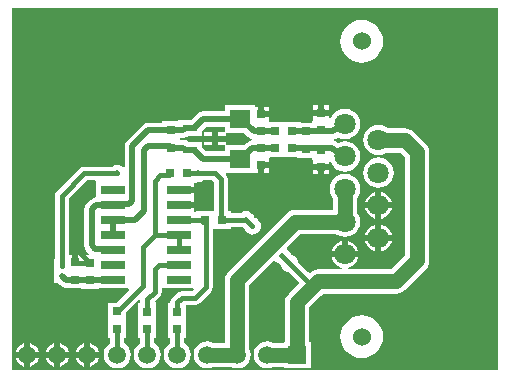
<source format=gtl>
G04*
G04 #@! TF.GenerationSoftware,Altium Limited,Altium Designer,20.0.13 (296)*
G04*
G04 Layer_Physical_Order=1*
G04 Layer_Color=255*
%FSLAX25Y25*%
%MOIN*%
G70*
G01*
G75*
%ADD11C,0.02000*%
%ADD18R,0.02953X0.03150*%
%ADD19R,0.03150X0.02953*%
%ADD20R,0.05118X0.02362*%
%ADD21R,0.07000X0.06400*%
%ADD22R,0.08000X0.02600*%
%ADD23R,0.01772X0.01772*%
%ADD34C,0.01500*%
%ADD35C,0.05000*%
%ADD36C,0.07087*%
%ADD37C,0.06000*%
%ADD38C,0.05906*%
%ADD39R,0.05906X0.05906*%
%ADD40C,0.01968*%
G36*
X651500Y172000D02*
X489500D01*
Y292500D01*
X651500D01*
Y172000D01*
D02*
G37*
%LPC*%
G36*
X606000Y288634D02*
X604608Y288497D01*
X603270Y288091D01*
X602036Y287432D01*
X600955Y286545D01*
X600068Y285464D01*
X599409Y284230D01*
X599003Y282892D01*
X598866Y281500D01*
X599003Y280108D01*
X599409Y278770D01*
X600068Y277536D01*
X600955Y276455D01*
X602036Y275568D01*
X603270Y274909D01*
X604608Y274503D01*
X606000Y274366D01*
X607392Y274503D01*
X608730Y274909D01*
X609964Y275568D01*
X611045Y276455D01*
X611932Y277536D01*
X612591Y278770D01*
X612997Y280108D01*
X613134Y281500D01*
X612997Y282892D01*
X612591Y284230D01*
X611932Y285464D01*
X611045Y286545D01*
X609964Y287432D01*
X608730Y288091D01*
X607392Y288497D01*
X606000Y288634D01*
D02*
G37*
G36*
X595075Y260185D02*
X593500D01*
Y258709D01*
X595075D01*
Y260185D01*
D02*
G37*
G36*
X591500D02*
X589925D01*
Y258709D01*
X591500D01*
Y260185D01*
D02*
G37*
G36*
X575075Y259685D02*
X573500D01*
Y258209D01*
X575075D01*
Y259685D01*
D02*
G37*
G36*
X570500Y260400D02*
X560500D01*
Y258249D01*
X553204D01*
X552228Y258055D01*
X551402Y257502D01*
X549320Y255421D01*
X544807D01*
Y254831D01*
X539425D01*
Y254403D01*
X534854D01*
X533879Y254209D01*
X533052Y253657D01*
X527698Y248302D01*
X527145Y247476D01*
X526951Y246500D01*
Y239786D01*
X526451Y239631D01*
X525951Y240014D01*
X525251Y240304D01*
X524500Y240403D01*
X523749Y240304D01*
X523049Y240014D01*
X522762Y239794D01*
X513500D01*
X512622Y239619D01*
X511878Y239122D01*
X504378Y231622D01*
X503881Y230878D01*
X503706Y230000D01*
Y208886D01*
X503614D01*
Y204171D01*
X503451Y203350D01*
X503614Y202530D01*
Y200965D01*
X504781D01*
X505548Y200198D01*
X506375Y199645D01*
X507350Y199451D01*
X507425D01*
Y199169D01*
X512425D01*
Y199024D01*
X518575D01*
Y199200D01*
X528098D01*
X528249Y199200D01*
X528456Y198700D01*
X524232Y194476D01*
X521425D01*
Y188524D01*
Y182815D01*
X522206D01*
Y180852D01*
X521324Y180176D01*
X520611Y179246D01*
X520162Y178162D01*
X520009Y177000D01*
X520162Y175838D01*
X520611Y174754D01*
X521324Y173824D01*
X522254Y173110D01*
X523338Y172662D01*
X524500Y172509D01*
X525662Y172662D01*
X526746Y173110D01*
X527676Y173824D01*
X528390Y174754D01*
X528838Y175838D01*
X528991Y177000D01*
X528838Y178162D01*
X528390Y179246D01*
X527676Y180176D01*
X526794Y180852D01*
Y182815D01*
X527575D01*
Y188524D01*
Y191331D01*
X531706Y195462D01*
X532206Y195255D01*
Y194331D01*
X531425D01*
Y188378D01*
Y182669D01*
X532206D01*
Y180852D01*
X531324Y180176D01*
X530611Y179246D01*
X530162Y178162D01*
X530009Y177000D01*
X530162Y175838D01*
X530611Y174754D01*
X531324Y173824D01*
X532254Y173110D01*
X533338Y172662D01*
X534500Y172509D01*
X535662Y172662D01*
X536746Y173110D01*
X537676Y173824D01*
X538389Y174754D01*
X538838Y175838D01*
X538991Y177000D01*
X538838Y178162D01*
X538389Y179246D01*
X537676Y180176D01*
X536794Y180852D01*
Y182669D01*
X537575D01*
Y188378D01*
Y194331D01*
X537282D01*
X537075Y194831D01*
X538622Y196378D01*
X539119Y197122D01*
X539294Y198000D01*
Y198785D01*
X539500Y199200D01*
X549802D01*
X549994Y198738D01*
X549550Y198294D01*
X546000D01*
X545122Y198119D01*
X544378Y197622D01*
X542878Y196122D01*
X542381Y195378D01*
X542206Y194500D01*
Y194331D01*
X541425D01*
Y188378D01*
Y182669D01*
X542206D01*
Y180852D01*
X541324Y180176D01*
X540611Y179246D01*
X540162Y178162D01*
X540009Y177000D01*
X540162Y175838D01*
X540611Y174754D01*
X541324Y173824D01*
X542254Y173110D01*
X543338Y172662D01*
X544500Y172509D01*
X545662Y172662D01*
X546746Y173110D01*
X547676Y173824D01*
X548389Y174754D01*
X548838Y175838D01*
X548991Y177000D01*
X548838Y178162D01*
X548389Y179246D01*
X547676Y180176D01*
X546794Y180852D01*
Y182669D01*
X547575D01*
Y188378D01*
Y193706D01*
X550500D01*
X551378Y193880D01*
X552122Y194378D01*
X555622Y197878D01*
X556119Y198622D01*
X556294Y199500D01*
Y218925D01*
X562331D01*
Y219706D01*
X565778D01*
X565996Y219539D01*
X566696Y219249D01*
X566986Y218549D01*
X567447Y217947D01*
X568049Y217486D01*
X568749Y217196D01*
X569500Y217097D01*
X570251Y217196D01*
X570951Y217486D01*
X571553Y217947D01*
X572014Y218549D01*
X572304Y219249D01*
X572403Y220000D01*
X572304Y220751D01*
X572014Y221451D01*
X571553Y222053D01*
X570951Y222514D01*
X570251Y222804D01*
X569961Y223504D01*
X569500Y224105D01*
X568899Y224567D01*
X568199Y224856D01*
X567447Y224955D01*
X566696Y224856D01*
X565996Y224567D01*
X565641Y224294D01*
X562331D01*
Y225075D01*
X561294D01*
Y235500D01*
X561120Y236378D01*
X560637Y237100D01*
X560656Y237192D01*
X560851Y237600D01*
X560854Y237600D01*
X570500D01*
Y237815D01*
X571500D01*
Y240291D01*
X572500D01*
Y241291D01*
X575075D01*
Y242768D01*
X575510Y242925D01*
X584425D01*
Y242815D01*
X589425D01*
Y242378D01*
X589531D01*
X589925Y242122D01*
X589925Y241878D01*
Y240646D01*
X595075D01*
Y241571D01*
X595575Y241670D01*
X595995Y240657D01*
X596803Y239603D01*
X597857Y238795D01*
X599083Y238286D01*
X600400Y238113D01*
X601717Y238286D01*
X602943Y238795D01*
X603997Y239603D01*
X604805Y240657D01*
X605313Y241883D01*
X605487Y243200D01*
X605313Y244517D01*
X604805Y245743D01*
X603997Y246797D01*
X602943Y247605D01*
X601717Y248113D01*
X600400Y248287D01*
X599083Y248113D01*
X598116Y247713D01*
X598026Y247802D01*
X597199Y248355D01*
X596644Y248465D01*
Y248975D01*
X597499Y249145D01*
X598051Y249514D01*
X599083Y249086D01*
X600400Y248913D01*
X601717Y249086D01*
X602943Y249595D01*
X603997Y250403D01*
X604805Y251457D01*
X605313Y252683D01*
X605487Y254000D01*
X605313Y255317D01*
X604805Y256543D01*
X603997Y257597D01*
X602943Y258405D01*
X601717Y258913D01*
X600400Y259087D01*
X599083Y258913D01*
X597857Y258405D01*
X596803Y257597D01*
X595995Y256543D01*
X595575Y255530D01*
X595075Y255629D01*
Y256709D01*
X592500D01*
X589925D01*
Y255476D01*
X589925Y255232D01*
X589531Y254976D01*
X589425D01*
Y254476D01*
X585831D01*
Y254575D01*
X575510D01*
X575075Y254732D01*
Y256209D01*
X572500D01*
Y257209D01*
X571500D01*
Y259685D01*
X570500D01*
Y260400D01*
D02*
G37*
G36*
X575075Y239291D02*
X573500D01*
Y237815D01*
X575075D01*
Y239291D01*
D02*
G37*
G36*
X595075Y238646D02*
X593500D01*
Y237169D01*
X595075D01*
Y238646D01*
D02*
G37*
G36*
X591500D02*
X589925D01*
Y237169D01*
X591500D01*
Y238646D01*
D02*
G37*
G36*
X611600Y242887D02*
X610283Y242713D01*
X609057Y242205D01*
X608003Y241397D01*
X607195Y240343D01*
X606686Y239117D01*
X606513Y237800D01*
X606686Y236483D01*
X607195Y235257D01*
X608003Y234203D01*
X609057Y233395D01*
X610283Y232887D01*
X611600Y232713D01*
X612917Y232887D01*
X614143Y233395D01*
X615197Y234203D01*
X616005Y235257D01*
X616513Y236483D01*
X616687Y237800D01*
X616513Y239117D01*
X616005Y240343D01*
X615197Y241397D01*
X614143Y242205D01*
X612917Y242713D01*
X611600Y242887D01*
D02*
G37*
G36*
X612600Y231351D02*
Y227900D01*
X616051D01*
X616026Y228086D01*
X615569Y229191D01*
X614840Y230140D01*
X613891Y230869D01*
X612786Y231326D01*
X612600Y231351D01*
D02*
G37*
G36*
X610600D02*
X610414Y231326D01*
X609309Y230869D01*
X608360Y230140D01*
X607631Y229191D01*
X607174Y228086D01*
X607149Y227900D01*
X610600D01*
Y231351D01*
D02*
G37*
G36*
X616051Y225900D02*
X612600D01*
Y222449D01*
X612786Y222474D01*
X613891Y222931D01*
X614840Y223660D01*
X615569Y224609D01*
X616026Y225714D01*
X616051Y225900D01*
D02*
G37*
G36*
X610600D02*
X607149D01*
X607174Y225714D01*
X607631Y224609D01*
X608360Y223660D01*
X609309Y222931D01*
X610414Y222474D01*
X610600Y222449D01*
Y225900D01*
D02*
G37*
G36*
X612600Y220451D02*
Y217000D01*
X616051D01*
X616026Y217186D01*
X615569Y218291D01*
X614840Y219240D01*
X613891Y219969D01*
X612786Y220426D01*
X612600Y220451D01*
D02*
G37*
G36*
X610600D02*
X610414Y220426D01*
X609309Y219969D01*
X608360Y219240D01*
X607631Y218291D01*
X607174Y217186D01*
X607149Y217000D01*
X610600D01*
Y220451D01*
D02*
G37*
G36*
X611600Y253787D02*
X610283Y253613D01*
X609057Y253105D01*
X608003Y252297D01*
X607195Y251243D01*
X606686Y250017D01*
X606513Y248700D01*
X606686Y247383D01*
X607195Y246157D01*
X608003Y245103D01*
X609057Y244295D01*
X610283Y243787D01*
X611600Y243613D01*
X612917Y243787D01*
X614143Y244295D01*
X614366Y244465D01*
X618829D01*
X620466Y242829D01*
Y210171D01*
X615829Y205535D01*
X601322D01*
X601289Y206034D01*
X601586Y206074D01*
X602691Y206531D01*
X603640Y207260D01*
X604369Y208209D01*
X604826Y209314D01*
X604851Y209500D01*
X600400D01*
X595949D01*
X595974Y209314D01*
X596431Y208209D01*
X597160Y207260D01*
X598109Y206531D01*
X599214Y206074D01*
X599511Y206034D01*
X599478Y205535D01*
X591500D01*
X591500Y205535D01*
X590456Y205397D01*
X589483Y204994D01*
X588647Y204353D01*
X588216Y204528D01*
X584904Y207841D01*
X584857Y208199D01*
X584566Y208899D01*
X584105Y209500D01*
X583504Y209961D01*
X582804Y210251D01*
X582446Y210298D01*
X582351Y210393D01*
X582304Y210751D01*
X582014Y211451D01*
X581553Y212053D01*
X581220Y212308D01*
X581146Y212940D01*
X585571Y217366D01*
X597373D01*
X597857Y216995D01*
X599083Y216487D01*
X600400Y216313D01*
X601717Y216487D01*
X602943Y216995D01*
X603997Y217803D01*
X604805Y218857D01*
X605313Y220083D01*
X605487Y221400D01*
X605313Y222717D01*
X604805Y223943D01*
X604434Y224427D01*
Y229273D01*
X604805Y229757D01*
X605313Y230983D01*
X605487Y232300D01*
X605313Y233617D01*
X604805Y234843D01*
X603997Y235897D01*
X602943Y236705D01*
X601717Y237213D01*
X600400Y237387D01*
X599083Y237213D01*
X597857Y236705D01*
X596803Y235897D01*
X595995Y234843D01*
X595486Y233617D01*
X595313Y232300D01*
X595486Y230983D01*
X595995Y229757D01*
X596365Y229273D01*
Y225434D01*
X583900D01*
X582856Y225297D01*
X581883Y224894D01*
X581047Y224253D01*
X581047Y224253D01*
X561647Y204853D01*
X561006Y204017D01*
X560603Y203044D01*
X560465Y202000D01*
X560465Y202000D01*
Y181035D01*
X556395D01*
X555662Y181338D01*
X554500Y181491D01*
X553338Y181338D01*
X552254Y180889D01*
X551324Y180176D01*
X550610Y179246D01*
X550162Y178162D01*
X550009Y177000D01*
X550162Y175838D01*
X550610Y174754D01*
X551324Y173824D01*
X552254Y173110D01*
X553338Y172662D01*
X554500Y172509D01*
X555662Y172662D01*
X556395Y172966D01*
X562605D01*
X563338Y172662D01*
X564500Y172509D01*
X565662Y172662D01*
X566746Y173110D01*
X567676Y173824D01*
X568390Y174754D01*
X568838Y175838D01*
X568991Y177000D01*
X568838Y178162D01*
X568535Y178895D01*
Y200329D01*
X576560Y208354D01*
X577192Y208280D01*
X577447Y207947D01*
X578049Y207486D01*
X578749Y207196D01*
X579107Y207149D01*
X579202Y207054D01*
X579249Y206696D01*
X579539Y205996D01*
X580000Y205395D01*
X580601Y204934D01*
X581301Y204644D01*
X581659Y204596D01*
X585275Y200981D01*
X581647Y197353D01*
X581006Y196517D01*
X580603Y195544D01*
X580466Y194500D01*
X580466Y194500D01*
Y181453D01*
X580047D01*
Y181035D01*
X576395D01*
X575662Y181338D01*
X574500Y181491D01*
X573338Y181338D01*
X572254Y180889D01*
X571324Y180176D01*
X570611Y179246D01*
X570162Y178162D01*
X570009Y177000D01*
X570162Y175838D01*
X570611Y174754D01*
X571324Y173824D01*
X572254Y173110D01*
X573338Y172662D01*
X574500Y172509D01*
X575662Y172662D01*
X576395Y172966D01*
X580047D01*
Y172547D01*
X588953D01*
Y181453D01*
X588534D01*
Y192829D01*
X592353Y196647D01*
X592353Y196647D01*
X593171Y197466D01*
X617500D01*
X617500Y197466D01*
X618544Y197603D01*
X619517Y198006D01*
X620353Y198647D01*
X627353Y205647D01*
X627353Y205647D01*
X627994Y206483D01*
X628397Y207456D01*
X628535Y208500D01*
Y244500D01*
X628397Y245544D01*
X627994Y246517D01*
X627353Y247353D01*
X627353Y247353D01*
X623353Y251353D01*
X622517Y251994D01*
X621544Y252397D01*
X620500Y252535D01*
X620500Y252535D01*
X614887D01*
X614143Y253105D01*
X612917Y253613D01*
X611600Y253787D01*
D02*
G37*
G36*
X616051Y215000D02*
X612600D01*
Y211549D01*
X612786Y211574D01*
X613891Y212031D01*
X614840Y212760D01*
X615569Y213709D01*
X616026Y214814D01*
X616051Y215000D01*
D02*
G37*
G36*
X610600D02*
X607149D01*
X607174Y214814D01*
X607631Y213709D01*
X608360Y212760D01*
X609309Y212031D01*
X610414Y211574D01*
X610600Y211549D01*
Y215000D01*
D02*
G37*
G36*
X601400Y214951D02*
Y211500D01*
X604851D01*
X604826Y211686D01*
X604369Y212791D01*
X603640Y213740D01*
X602691Y214469D01*
X601586Y214926D01*
X601400Y214951D01*
D02*
G37*
G36*
X599400D02*
X599214Y214926D01*
X598109Y214469D01*
X597160Y213740D01*
X596431Y212791D01*
X595974Y211686D01*
X595949Y211500D01*
X599400D01*
Y214951D01*
D02*
G37*
G36*
X515500Y180855D02*
Y178000D01*
X518355D01*
X518351Y178032D01*
X517953Y178993D01*
X517319Y179819D01*
X516493Y180453D01*
X515532Y180851D01*
X515500Y180855D01*
D02*
G37*
G36*
X505500D02*
Y178000D01*
X508355D01*
X508351Y178032D01*
X507953Y178993D01*
X507319Y179819D01*
X506493Y180453D01*
X505532Y180851D01*
X505500Y180855D01*
D02*
G37*
G36*
X495500D02*
Y178000D01*
X498355D01*
X498351Y178032D01*
X497953Y178993D01*
X497319Y179819D01*
X496493Y180453D01*
X495532Y180851D01*
X495500Y180855D01*
D02*
G37*
G36*
X503500D02*
X503468Y180851D01*
X502507Y180453D01*
X501681Y179819D01*
X501047Y178993D01*
X500649Y178032D01*
X500645Y178000D01*
X503500D01*
Y180855D01*
D02*
G37*
G36*
X513500D02*
X513468Y180851D01*
X512507Y180453D01*
X511681Y179819D01*
X511047Y178993D01*
X510649Y178032D01*
X510645Y178000D01*
X513500D01*
Y180855D01*
D02*
G37*
G36*
X493500D02*
X493468Y180851D01*
X492507Y180453D01*
X491681Y179819D01*
X491047Y178993D01*
X490649Y178032D01*
X490645Y178000D01*
X493500D01*
Y180855D01*
D02*
G37*
G36*
X606000Y190234D02*
X604608Y190097D01*
X603270Y189691D01*
X602036Y189032D01*
X600955Y188145D01*
X600068Y187064D01*
X599409Y185830D01*
X599003Y184492D01*
X598866Y183100D01*
X599003Y181708D01*
X599409Y180370D01*
X600068Y179136D01*
X600955Y178055D01*
X602036Y177168D01*
X603270Y176509D01*
X604608Y176103D01*
X606000Y175966D01*
X607392Y176103D01*
X608730Y176509D01*
X609964Y177168D01*
X611045Y178055D01*
X611932Y179136D01*
X612591Y180370D01*
X612997Y181708D01*
X613134Y183100D01*
X612997Y184492D01*
X612591Y185830D01*
X611932Y187064D01*
X611045Y188145D01*
X609964Y189032D01*
X608730Y189691D01*
X607392Y190097D01*
X606000Y190234D01*
D02*
G37*
G36*
X518355Y176000D02*
X515500D01*
Y173145D01*
X515532Y173149D01*
X516493Y173547D01*
X517319Y174181D01*
X517953Y175007D01*
X518351Y175968D01*
X518355Y176000D01*
D02*
G37*
G36*
X508355D02*
X505500D01*
Y173145D01*
X505532Y173149D01*
X506493Y173547D01*
X507319Y174181D01*
X507953Y175007D01*
X508351Y175968D01*
X508355Y176000D01*
D02*
G37*
G36*
X498355D02*
X495500D01*
Y173145D01*
X495532Y173149D01*
X496493Y173547D01*
X497319Y174181D01*
X497953Y175007D01*
X498351Y175968D01*
X498355Y176000D01*
D02*
G37*
G36*
X513500D02*
X510645D01*
X510649Y175968D01*
X511047Y175007D01*
X511681Y174181D01*
X512507Y173547D01*
X513468Y173149D01*
X513500Y173145D01*
Y176000D01*
D02*
G37*
G36*
X503500D02*
X500645D01*
X500649Y175968D01*
X501047Y175007D01*
X501681Y174181D01*
X502507Y173547D01*
X503468Y173149D01*
X503500Y173145D01*
Y176000D01*
D02*
G37*
G36*
X493500D02*
X490645D01*
X490649Y175968D01*
X491047Y175007D01*
X491681Y174181D01*
X492507Y173547D01*
X493468Y173149D01*
X493500Y173145D01*
Y176000D01*
D02*
G37*
%LPD*%
G36*
X560500Y251181D02*
X558134D01*
Y250000D01*
X560693D01*
Y251000D01*
X566895D01*
X568198Y249698D01*
X569025Y249145D01*
X569425Y249065D01*
Y248534D01*
X568525Y248355D01*
X567698Y247802D01*
X566895Y247000D01*
X560693D01*
Y248000D01*
X558134D01*
Y246819D01*
X560500D01*
Y244849D01*
X554260D01*
X552925Y246184D01*
Y247941D01*
X548412D01*
X548405Y247948D01*
X547578Y248501D01*
X546602Y248695D01*
X545575D01*
Y248878D01*
Y249305D01*
X546602D01*
X547578Y249499D01*
X548405Y250052D01*
X548412Y250059D01*
X552925D01*
Y251816D01*
X554260Y253151D01*
X560500D01*
Y251181D01*
D02*
G37*
G36*
X556706Y234550D02*
Y225075D01*
X550669D01*
Y225075D01*
X550500Y224800D01*
X550000D01*
Y226000D01*
X545000D01*
Y228000D01*
X550000D01*
Y229200D01*
X550000Y229300D01*
Y229700D01*
X550000Y229800D01*
Y231000D01*
X545000D01*
Y233000D01*
X550000D01*
Y234300D01*
X550343Y234396D01*
X550831Y234425D01*
D01*
X551244Y234631D01*
X551500Y234597D01*
X552251Y234696D01*
X552951Y234986D01*
X553238Y235206D01*
X556050D01*
X556706Y234550D01*
D02*
G37*
G36*
X517500Y234800D02*
Y229549D01*
X516525Y229355D01*
X515698Y228802D01*
X514198Y227302D01*
X513645Y226476D01*
X513451Y225500D01*
Y213500D01*
X513645Y212525D01*
X514198Y211698D01*
X515210Y210685D01*
X515003Y210185D01*
X513075D01*
Y210331D01*
X511500D01*
Y207854D01*
X509500D01*
Y210331D01*
X508294D01*
Y229050D01*
X514450Y235206D01*
X517273D01*
X517500Y234800D01*
D02*
G37*
%LPC*%
G36*
X556134Y251181D02*
X553575D01*
Y250000D01*
X556134D01*
Y251181D01*
D02*
G37*
G36*
Y248000D02*
X553575D01*
Y246819D01*
X556134D01*
Y248000D01*
D02*
G37*
%LPD*%
D11*
X533500Y245328D02*
X534672Y246500D01*
X542146D01*
X530500Y222000D02*
X533500Y225000D01*
Y245328D01*
X529500Y246500D02*
X534854Y251854D01*
X517500Y227000D02*
X523000D01*
X534854Y251854D02*
X542500D01*
X523214Y227214D02*
X528328D01*
X529500Y228386D01*
Y246500D01*
X523000Y227000D02*
X523214Y227214D01*
X515500Y202000D02*
X523000D01*
X507350D02*
X515500D01*
X506000Y203350D02*
X507350Y202000D01*
X516000Y213500D02*
Y225500D01*
X517500Y227000D01*
X522700Y212300D02*
X523000Y212000D01*
X517200Y212300D02*
X522700D01*
X516000Y213500D02*
X517200Y212300D01*
X523000Y217000D02*
Y222000D01*
X542146Y246500D02*
X542500Y246146D01*
X523000Y222000D02*
X530500D01*
X547488Y252740D02*
X548866D01*
X546602Y251854D02*
X547488Y252740D01*
X542500Y251854D02*
X546602D01*
X547488Y245260D02*
X548866D01*
X546602Y246146D02*
X547488Y245260D01*
X542500Y246146D02*
X546602D01*
X553204Y242300D02*
X565500D01*
X550244Y245260D02*
X553204Y242300D01*
X548866Y245260D02*
X550244D01*
X553204Y255700D02*
X565500D01*
X550244Y252740D02*
X553204Y255700D01*
X548866Y252740D02*
X550244D01*
X572500Y246000D02*
X577146D01*
X569500D02*
X572500D01*
X565800Y242300D02*
X569500Y246000D01*
X565500Y242300D02*
X565800D01*
X572500Y251500D02*
X577146D01*
X570000D02*
X572500D01*
X565800Y255700D02*
X570000Y251500D01*
X565500Y255700D02*
X565800D01*
X582854Y246000D02*
X596224D01*
X599024Y243200D01*
X600400D01*
X587500Y251500D02*
X596524D01*
X582854D02*
X587500D01*
X596524D02*
X599024Y254000D01*
X600400D01*
D18*
X553646Y222000D02*
D03*
X559354D02*
D03*
X547854Y237500D02*
D03*
X542146D02*
D03*
X582854Y251500D02*
D03*
X577146D02*
D03*
X582854Y246000D02*
D03*
X577146D02*
D03*
D19*
X544500Y185646D02*
D03*
Y191354D02*
D03*
X534500D02*
D03*
Y185646D02*
D03*
X524500Y185791D02*
D03*
Y191500D02*
D03*
X592500Y252000D02*
D03*
Y257709D02*
D03*
X572500Y251500D02*
D03*
Y257209D02*
D03*
X587500Y251500D02*
D03*
Y245791D02*
D03*
X542500Y251854D02*
D03*
Y246146D02*
D03*
X592500Y245354D02*
D03*
Y239646D02*
D03*
X572500Y246000D02*
D03*
Y240291D02*
D03*
X515500Y202000D02*
D03*
Y207709D02*
D03*
X510500Y202146D02*
D03*
Y207854D02*
D03*
D20*
X557134Y249000D02*
D03*
X548866Y245260D02*
D03*
Y252740D02*
D03*
D21*
X565500Y255700D02*
D03*
Y242300D02*
D03*
D22*
X545000Y202000D02*
D03*
Y207000D02*
D03*
Y212000D02*
D03*
X523000Y202000D02*
D03*
Y207000D02*
D03*
Y212000D02*
D03*
X545000Y217000D02*
D03*
Y222000D02*
D03*
Y227000D02*
D03*
X523000Y222000D02*
D03*
Y227000D02*
D03*
Y232000D02*
D03*
X545000D02*
D03*
X523000Y217000D02*
D03*
D23*
X506000Y203350D02*
D03*
Y206500D02*
D03*
D34*
X515329Y207782D02*
X515427D01*
X510573D02*
X515329D01*
X515402Y207709D01*
X512500Y210610D02*
X515329Y207782D01*
X515402Y207709D02*
X515500D01*
X512500Y210610D02*
Y212500D01*
X515427Y207782D02*
X515500Y207709D01*
X510500Y207854D02*
X510573Y207782D01*
X513500Y237500D02*
X524500D01*
X506000Y230000D02*
X513500Y237500D01*
X551500D02*
X557000D01*
X547854D02*
X551500D01*
X506000Y206500D02*
Y230000D01*
X559354Y222000D02*
X567500D01*
X579500Y210000D02*
X589500Y200000D01*
Y199500D02*
Y200000D01*
X567500Y222000D02*
X569500Y220000D01*
X559000Y222354D02*
X559354Y222000D01*
X559000Y222354D02*
Y235500D01*
X557000Y237500D02*
X559000Y235500D01*
X537000Y217000D02*
Y235000D01*
X538925Y236925D01*
X541669D01*
X542146Y237402D02*
Y237500D01*
X541669Y236925D02*
X542146Y237402D01*
X552500Y222000D02*
X554000Y220500D01*
X545000Y222000D02*
X552500D01*
X554000Y199500D02*
Y220500D01*
X550500Y196000D02*
X554000Y199500D01*
X546000Y196000D02*
X550500D01*
X544500Y191354D02*
Y194500D01*
X546000Y196000D01*
X524500Y177000D02*
Y185791D01*
X534500Y177000D02*
Y185646D01*
X544500Y177000D02*
Y185646D01*
X538500Y207000D02*
X545000D01*
X537000Y198000D02*
Y205500D01*
X538500Y207000D01*
X534500Y191354D02*
Y195500D01*
X537000Y198000D01*
X525325Y192325D02*
X533000Y200000D01*
X524598Y191500D02*
X525325Y192226D01*
Y192325D01*
X533000Y200000D02*
Y213000D01*
X545000Y212000D02*
Y217000D01*
X537000D02*
X545000D01*
X533000Y213000D02*
X537000Y217000D01*
X524500Y191500D02*
X524598D01*
D35*
X589500Y199500D02*
X591500Y201500D01*
X584500Y194500D02*
X589500Y199500D01*
X564500Y202000D02*
X583900Y221400D01*
X600400D01*
Y232300D01*
X564500Y177000D02*
Y202000D01*
X611600Y248700D02*
X611800Y248500D01*
X620500D01*
X624500Y208500D02*
Y244500D01*
X620500Y248500D02*
X624500Y244500D01*
X617500Y201500D02*
X624500Y208500D01*
X591500Y201500D02*
X617500D01*
X584500Y177000D02*
Y194500D01*
X574500Y177000D02*
X584500D01*
X554500D02*
X564500D01*
D36*
X611600Y248700D02*
D03*
Y237800D02*
D03*
Y216000D02*
D03*
Y226900D02*
D03*
X600400Y210500D02*
D03*
Y221400D02*
D03*
Y254000D02*
D03*
Y243200D02*
D03*
Y232300D02*
D03*
D37*
X606000Y281500D02*
D03*
Y183100D02*
D03*
D38*
X564500Y177000D02*
D03*
X494500D02*
D03*
X504500D02*
D03*
X514500D02*
D03*
X524500D02*
D03*
X534500D02*
D03*
X544500D02*
D03*
X554500D02*
D03*
X574500D02*
D03*
D39*
X584500D02*
D03*
D40*
X505000Y198000D02*
D03*
X515000D02*
D03*
X529500Y188500D02*
D03*
X539500D02*
D03*
X541000Y198000D02*
D03*
X526000D02*
D03*
X559500Y260000D02*
D03*
X562000Y236500D02*
D03*
X566500Y249000D02*
D03*
X512500Y211555D02*
D03*
X509500Y211500D02*
D03*
X589000Y240000D02*
D03*
X592500Y236000D02*
D03*
X589000Y257500D02*
D03*
X592500Y261500D02*
D03*
X551500Y232000D02*
D03*
Y227000D02*
D03*
X562000Y249000D02*
D03*
X551500D02*
D03*
X640000Y280000D02*
D03*
X645000Y270000D02*
D03*
X640000Y260000D02*
D03*
X645000Y250000D02*
D03*
X640000Y240000D02*
D03*
X645000Y230000D02*
D03*
X640000Y220000D02*
D03*
X645000Y210000D02*
D03*
X640000Y200000D02*
D03*
X645000Y190000D02*
D03*
X640000Y180000D02*
D03*
X630000Y280000D02*
D03*
X635000Y270000D02*
D03*
X630000Y260000D02*
D03*
X635000Y250000D02*
D03*
X630000Y240000D02*
D03*
X635000Y230000D02*
D03*
X630000Y220000D02*
D03*
X635000Y210000D02*
D03*
X630000Y200000D02*
D03*
X635000Y190000D02*
D03*
X630000Y180000D02*
D03*
X620000Y280000D02*
D03*
X625000Y270000D02*
D03*
X620000Y260000D02*
D03*
X625000Y190000D02*
D03*
X620000Y180000D02*
D03*
X615000Y270000D02*
D03*
X610000Y260000D02*
D03*
X615000Y210000D02*
D03*
Y190000D02*
D03*
X605000Y270000D02*
D03*
Y250000D02*
D03*
X590000Y280000D02*
D03*
X595000Y270000D02*
D03*
Y210000D02*
D03*
Y190000D02*
D03*
X590000Y180000D02*
D03*
X580000Y280000D02*
D03*
X585000Y270000D02*
D03*
X580000Y260000D02*
D03*
Y240000D02*
D03*
X585000Y230000D02*
D03*
Y210000D02*
D03*
X580000Y200000D02*
D03*
X570000Y280000D02*
D03*
X575000Y270000D02*
D03*
Y230000D02*
D03*
X570000Y200000D02*
D03*
X575000Y190000D02*
D03*
X560000Y280000D02*
D03*
X565000Y270000D02*
D03*
Y230000D02*
D03*
Y210000D02*
D03*
X550000Y280000D02*
D03*
X555000Y270000D02*
D03*
X550000Y260000D02*
D03*
X555000Y230000D02*
D03*
Y190000D02*
D03*
X540000Y280000D02*
D03*
X545000Y270000D02*
D03*
X540000Y260000D02*
D03*
X530000Y280000D02*
D03*
X535000Y270000D02*
D03*
X530000Y260000D02*
D03*
X520000Y280000D02*
D03*
X525000Y270000D02*
D03*
X520000Y260000D02*
D03*
X525000Y250000D02*
D03*
X510000Y280000D02*
D03*
X515000Y270000D02*
D03*
X510000Y260000D02*
D03*
X515000Y250000D02*
D03*
X510000Y240000D02*
D03*
X515000Y230000D02*
D03*
X510000Y220000D02*
D03*
X515000Y190000D02*
D03*
X510000Y180000D02*
D03*
X500000Y280000D02*
D03*
X505000Y270000D02*
D03*
X500000Y260000D02*
D03*
X505000Y250000D02*
D03*
X500000Y240000D02*
D03*
Y220000D02*
D03*
Y200000D02*
D03*
X505000Y190000D02*
D03*
X500000Y180000D02*
D03*
X524500Y237500D02*
D03*
X551500D02*
D03*
X582053Y207447D02*
D03*
X579500Y210000D02*
D03*
X567447Y222053D02*
D03*
X569500Y220000D02*
D03*
M02*

</source>
